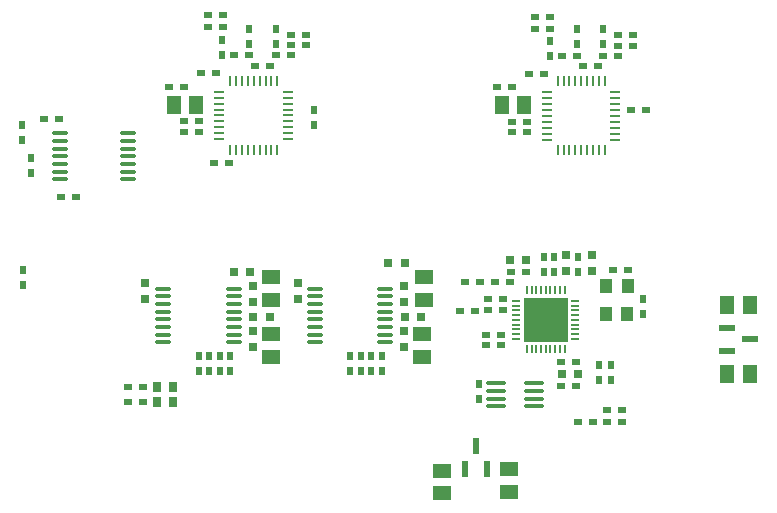
<source format=gtp>
%FSLAX25Y25*%
%MOIN*%
G70*
G01*
G75*
G04 Layer_Color=8421504*
%ADD10C,0.01969*%
%ADD11R,0.03000X0.03000*%
%ADD12R,0.02500X0.02000*%
%ADD13R,0.03000X0.03200*%
%ADD14O,0.05906X0.01378*%
%ADD15R,0.03000X0.03000*%
%ADD16R,0.05118X0.05906*%
%ADD17R,0.02000X0.02500*%
%ADD18R,0.01102X0.03543*%
%ADD19R,0.03543X0.01102*%
%ADD20R,0.01102X0.03543*%
%ADD21R,0.05906X0.05118*%
%ADD22R,0.02362X0.05709*%
%ADD23O,0.07087X0.01378*%
%ADD24O,0.02756X0.00787*%
%ADD25O,0.00787X0.02756*%
%ADD26R,0.14961X0.14961*%
%ADD27R,0.05709X0.02362*%
%ADD28R,0.04331X0.04724*%
%ADD29C,0.00800*%
%ADD30C,0.05000*%
%ADD31C,0.01500*%
%ADD32C,0.01000*%
%ADD33C,0.02000*%
%ADD34C,0.07500*%
%ADD35C,0.01200*%
%ADD36C,0.02500*%
%ADD37C,0.04000*%
%ADD38C,0.00600*%
%ADD39R,0.10000X0.10000*%
%ADD40R,0.09000X0.14000*%
%ADD41R,0.10500X0.11500*%
%ADD42R,0.85500X0.12500*%
%ADD43R,0.22500X0.12500*%
%ADD44R,0.02000X0.06500*%
%ADD45R,0.07000X0.18000*%
%ADD46R,0.08500X0.07000*%
%ADD47R,0.05906X0.05906*%
%ADD48C,0.05906*%
%ADD49C,0.07874*%
G04:AMPARAMS|DCode=50|XSize=157.48mil|YSize=74.8mil|CornerRadius=18.7mil|HoleSize=0mil|Usage=FLASHONLY|Rotation=0.000|XOffset=0mil|YOffset=0mil|HoleType=Round|Shape=RoundedRectangle|*
%AMROUNDEDRECTD50*
21,1,0.15748,0.03740,0,0,0.0*
21,1,0.12008,0.07480,0,0,0.0*
1,1,0.03740,0.06004,-0.01870*
1,1,0.03740,-0.06004,-0.01870*
1,1,0.03740,-0.06004,0.01870*
1,1,0.03740,0.06004,0.01870*
%
%ADD50ROUNDEDRECTD50*%
G04:AMPARAMS|DCode=51|XSize=118.11mil|YSize=62.99mil|CornerRadius=15.75mil|HoleSize=0mil|Usage=FLASHONLY|Rotation=270.000|XOffset=0mil|YOffset=0mil|HoleType=Round|Shape=RoundedRectangle|*
%AMROUNDEDRECTD51*
21,1,0.11811,0.03150,0,0,270.0*
21,1,0.08661,0.06299,0,0,270.0*
1,1,0.03150,-0.01575,-0.04331*
1,1,0.03150,-0.01575,0.04331*
1,1,0.03150,0.01575,0.04331*
1,1,0.03150,0.01575,-0.04331*
%
%ADD51ROUNDEDRECTD51*%
G04:AMPARAMS|DCode=52|XSize=106.3mil|YSize=66.93mil|CornerRadius=16.73mil|HoleSize=0mil|Usage=FLASHONLY|Rotation=90.000|XOffset=0mil|YOffset=0mil|HoleType=Round|Shape=RoundedRectangle|*
%AMROUNDEDRECTD52*
21,1,0.10630,0.03347,0,0,90.0*
21,1,0.07284,0.06693,0,0,90.0*
1,1,0.03346,0.01673,0.03642*
1,1,0.03346,0.01673,-0.03642*
1,1,0.03346,-0.01673,-0.03642*
1,1,0.03346,-0.01673,0.03642*
%
%ADD52ROUNDEDRECTD52*%
%ADD53C,0.03937*%
%ADD54C,0.03200*%
%ADD55C,0.02598*%
%ADD56C,0.03000*%
%ADD57R,0.07500X0.07000*%
%ADD58R,0.09500X0.07500*%
%ADD59R,0.10900X0.12400*%
%ADD60C,0.02362*%
%ADD61C,0.00984*%
%ADD62C,0.00787*%
%ADD63C,0.00500*%
%ADD64C,0.00425*%
D11*
X193924Y49000D02*
D03*
X188524D02*
D03*
X176700Y87000D02*
D03*
X171300D02*
D03*
X136300Y68000D02*
D03*
X141700D02*
D03*
X136200Y86000D02*
D03*
X130800D02*
D03*
X85800Y68000D02*
D03*
X91200D02*
D03*
X79300Y83000D02*
D03*
X84700D02*
D03*
D12*
X188224Y53000D02*
D03*
X193224D02*
D03*
X49000Y39500D02*
D03*
X44000D02*
D03*
X49000Y44500D02*
D03*
X44000D02*
D03*
X177600Y149100D02*
D03*
X182600D02*
D03*
X177000Y133100D02*
D03*
X172000D02*
D03*
X172000Y129600D02*
D03*
X177000D02*
D03*
X179500Y168000D02*
D03*
X184500D02*
D03*
X67807Y133257D02*
D03*
X62807D02*
D03*
X103207Y161957D02*
D03*
X98207D02*
D03*
X212400Y161800D02*
D03*
X207400D02*
D03*
X103207Y158557D02*
D03*
X98207D02*
D03*
X212400Y158400D02*
D03*
X207400D02*
D03*
X70500Y164500D02*
D03*
X75500D02*
D03*
X179500Y164000D02*
D03*
X184500D02*
D03*
X67807Y129757D02*
D03*
X62807D02*
D03*
X86307Y151757D02*
D03*
X91307D02*
D03*
X93207Y155157D02*
D03*
X98207D02*
D03*
X84307Y155257D02*
D03*
X79307D02*
D03*
X68407Y149257D02*
D03*
X73407D02*
D03*
X57807Y144657D02*
D03*
X62807Y144657D02*
D03*
X70500Y168500D02*
D03*
X75500D02*
D03*
X195500Y151600D02*
D03*
X200500D02*
D03*
X154500Y70000D02*
D03*
X159500D02*
D03*
X168900Y73900D02*
D03*
X163900D02*
D03*
X168900Y70400D02*
D03*
X163900D02*
D03*
X176500Y83000D02*
D03*
X171500D02*
D03*
X210500Y83500D02*
D03*
X205500Y83500D02*
D03*
X208500Y37000D02*
D03*
X203500D02*
D03*
X208500Y33000D02*
D03*
X203500D02*
D03*
X77807Y119157D02*
D03*
X72807D02*
D03*
X193224Y45000D02*
D03*
X188224D02*
D03*
X194000Y33000D02*
D03*
X199000D02*
D03*
X193500Y155100D02*
D03*
X188500D02*
D03*
X202400Y155000D02*
D03*
X207400D02*
D03*
X21000Y134000D02*
D03*
X16000D02*
D03*
X21500Y108000D02*
D03*
X26500D02*
D03*
X156224Y79500D02*
D03*
X161224D02*
D03*
X171224D02*
D03*
X166224D02*
D03*
X163224Y62000D02*
D03*
X168224D02*
D03*
Y58500D02*
D03*
X163224D02*
D03*
X167000Y144500D02*
D03*
X172000Y144500D02*
D03*
X216500Y137000D02*
D03*
X211500D02*
D03*
D13*
X59000Y44500D02*
D03*
X53500D02*
D03*
X59000Y39500D02*
D03*
X53500Y39500D02*
D03*
D14*
X44000Y113882D02*
D03*
Y116441D02*
D03*
Y119000D02*
D03*
Y121559D02*
D03*
Y124118D02*
D03*
Y126677D02*
D03*
Y129236D02*
D03*
X21165Y113882D02*
D03*
Y116441D02*
D03*
Y119000D02*
D03*
Y121559D02*
D03*
Y124118D02*
D03*
Y126677D02*
D03*
Y129236D02*
D03*
X129713Y59543D02*
D03*
Y62102D02*
D03*
Y64661D02*
D03*
Y67220D02*
D03*
Y69779D02*
D03*
Y72339D02*
D03*
Y74898D02*
D03*
Y77457D02*
D03*
X106287Y59543D02*
D03*
Y62102D02*
D03*
Y64661D02*
D03*
Y67220D02*
D03*
Y69779D02*
D03*
Y72339D02*
D03*
Y74898D02*
D03*
Y77457D02*
D03*
X79213Y59543D02*
D03*
Y62102D02*
D03*
Y64661D02*
D03*
Y67220D02*
D03*
Y69779D02*
D03*
Y72339D02*
D03*
Y74898D02*
D03*
Y77457D02*
D03*
X55787Y59543D02*
D03*
Y62102D02*
D03*
Y64661D02*
D03*
Y67220D02*
D03*
Y69779D02*
D03*
Y72339D02*
D03*
Y74898D02*
D03*
Y77457D02*
D03*
D15*
X85500Y57800D02*
D03*
Y63200D02*
D03*
X190000Y88700D02*
D03*
Y83300D02*
D03*
X198500Y88700D02*
D03*
Y83300D02*
D03*
X136000Y57800D02*
D03*
Y63200D02*
D03*
X100500Y73800D02*
D03*
Y79200D02*
D03*
X136000Y78200D02*
D03*
Y72800D02*
D03*
X85500Y78200D02*
D03*
Y72800D02*
D03*
X49500Y73800D02*
D03*
Y79200D02*
D03*
D16*
X66807Y138757D02*
D03*
X59327D02*
D03*
X176000Y138600D02*
D03*
X168520D02*
D03*
X251240Y49000D02*
D03*
X243760D02*
D03*
X251240Y72000D02*
D03*
X243760D02*
D03*
D17*
X93207Y163957D02*
D03*
Y158957D02*
D03*
X202400Y163800D02*
D03*
Y158800D02*
D03*
X84407Y158957D02*
D03*
Y163957D02*
D03*
X193600Y158800D02*
D03*
Y163800D02*
D03*
X75307Y160257D02*
D03*
Y155257D02*
D03*
X184500Y160100D02*
D03*
Y155100D02*
D03*
X106000Y132000D02*
D03*
Y137000D02*
D03*
X11500Y116000D02*
D03*
Y121000D02*
D03*
X121500Y50000D02*
D03*
Y55000D02*
D03*
X125000D02*
D03*
Y50000D02*
D03*
X128500D02*
D03*
Y55000D02*
D03*
X161000Y40500D02*
D03*
Y45500D02*
D03*
X182500Y88000D02*
D03*
Y83000D02*
D03*
X186000D02*
D03*
Y88000D02*
D03*
X194000Y83000D02*
D03*
Y88000D02*
D03*
X205000Y47000D02*
D03*
Y52000D02*
D03*
X201000Y47000D02*
D03*
Y52000D02*
D03*
X9100Y78500D02*
D03*
Y83500D02*
D03*
X8500Y132000D02*
D03*
Y127000D02*
D03*
X118000Y55000D02*
D03*
Y50000D02*
D03*
X215500Y74000D02*
D03*
Y69000D02*
D03*
X78000Y50000D02*
D03*
Y55000D02*
D03*
X74500D02*
D03*
Y50000D02*
D03*
X71000D02*
D03*
Y55000D02*
D03*
X67500Y50000D02*
D03*
Y55000D02*
D03*
D18*
X201004Y146581D02*
D03*
X199036Y146581D02*
D03*
X193130D02*
D03*
X191161D02*
D03*
X189193D02*
D03*
X197067D02*
D03*
X195098D02*
D03*
X187224D02*
D03*
X195098Y123619D02*
D03*
X197067D02*
D03*
X199036D02*
D03*
X191161D02*
D03*
X193130D02*
D03*
X201004Y123619D02*
D03*
X187224Y123619D02*
D03*
X202972Y123619D02*
D03*
Y146581D02*
D03*
X91811Y146738D02*
D03*
X89843Y146738D02*
D03*
X83937D02*
D03*
X81969D02*
D03*
X80000D02*
D03*
X87874D02*
D03*
X85906D02*
D03*
X78031D02*
D03*
X85906Y123776D02*
D03*
X87874D02*
D03*
X89843D02*
D03*
X81969D02*
D03*
X83937D02*
D03*
X91811Y123776D02*
D03*
X78031Y123776D02*
D03*
X93780Y123776D02*
D03*
Y146738D02*
D03*
D19*
X206481Y127128D02*
D03*
Y129096D02*
D03*
Y135002D02*
D03*
Y136970D02*
D03*
Y138939D02*
D03*
Y131064D02*
D03*
Y133033D02*
D03*
Y140907D02*
D03*
X183519D02*
D03*
Y133033D02*
D03*
Y131064D02*
D03*
Y129096D02*
D03*
Y136970D02*
D03*
Y127128D02*
D03*
X206481Y142876D02*
D03*
X183519Y142876D02*
D03*
Y138939D02*
D03*
Y135002D02*
D03*
X97288Y127285D02*
D03*
Y129253D02*
D03*
Y135159D02*
D03*
Y137127D02*
D03*
Y139096D02*
D03*
Y131222D02*
D03*
Y133190D02*
D03*
Y141064D02*
D03*
X74326D02*
D03*
Y133190D02*
D03*
Y131222D02*
D03*
Y129253D02*
D03*
Y137127D02*
D03*
Y127285D02*
D03*
X97288Y143033D02*
D03*
X74326Y143033D02*
D03*
Y139096D02*
D03*
Y135159D02*
D03*
D20*
X189193Y123619D02*
D03*
X80000Y123776D02*
D03*
D21*
X171000Y9760D02*
D03*
X171000Y17240D02*
D03*
X142000Y62240D02*
D03*
Y54760D02*
D03*
X148500Y16740D02*
D03*
Y9260D02*
D03*
X142500Y73760D02*
D03*
Y81240D02*
D03*
X91500Y62240D02*
D03*
Y54760D02*
D03*
Y73760D02*
D03*
Y81240D02*
D03*
D22*
X156248Y17323D02*
D03*
X163752Y17323D02*
D03*
X160000Y25000D02*
D03*
D23*
X179496Y38161D02*
D03*
Y40720D02*
D03*
Y43279D02*
D03*
Y45839D02*
D03*
X166504Y38161D02*
D03*
Y40720D02*
D03*
Y43279D02*
D03*
Y45839D02*
D03*
D24*
X173382Y73299D02*
D03*
Y71724D02*
D03*
Y70150D02*
D03*
Y68575D02*
D03*
Y67000D02*
D03*
Y65425D02*
D03*
Y63850D02*
D03*
Y62276D02*
D03*
Y60701D02*
D03*
X193067D02*
D03*
Y62276D02*
D03*
Y63850D02*
D03*
Y65425D02*
D03*
Y67000D02*
D03*
Y68575D02*
D03*
Y70150D02*
D03*
Y71724D02*
D03*
Y73299D02*
D03*
D25*
X176925Y57157D02*
D03*
X178500D02*
D03*
X180075D02*
D03*
X181650D02*
D03*
X183224D02*
D03*
X184799D02*
D03*
X186374D02*
D03*
X187949D02*
D03*
X189524D02*
D03*
Y76842D02*
D03*
X187949D02*
D03*
X186374D02*
D03*
X184799D02*
D03*
X183224D02*
D03*
X181650D02*
D03*
X180075D02*
D03*
X178500D02*
D03*
X176925D02*
D03*
D26*
X183224Y67000D02*
D03*
D27*
X251339Y60500D02*
D03*
X243661Y56748D02*
D03*
X243661Y64252D02*
D03*
D28*
X203494Y68799D02*
D03*
X210494D02*
D03*
X203494Y78201D02*
D03*
X210506D02*
D03*
M02*

</source>
